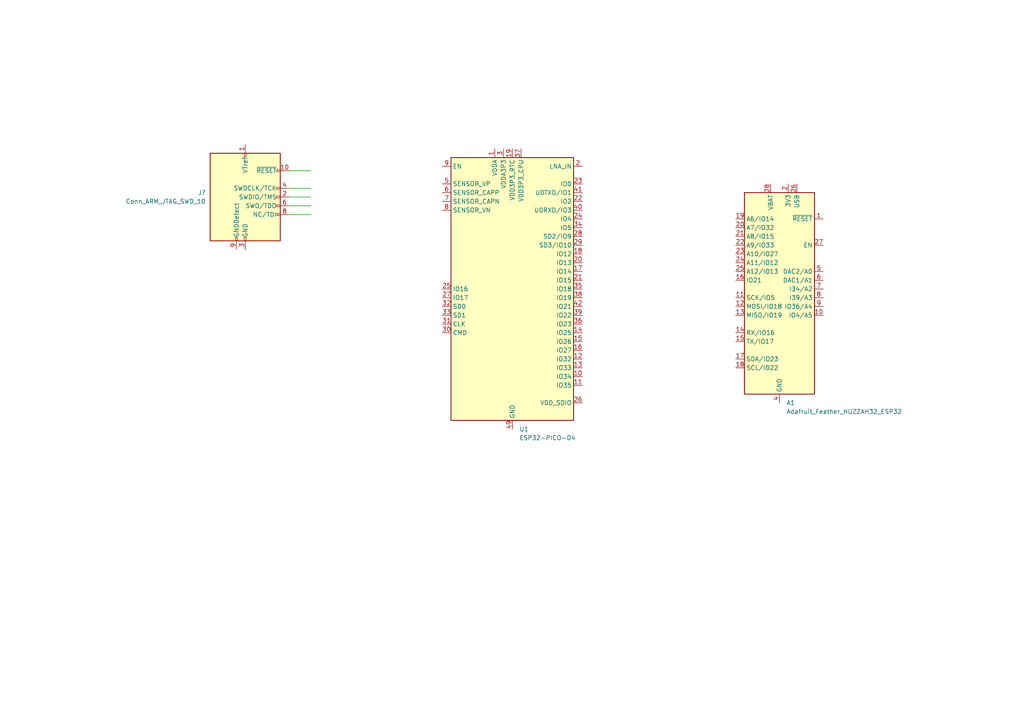
<source format=kicad_sch>
(kicad_sch (version 20211123) (generator eeschema)
  (paper "A4")
  (lib_symbols
    (symbol "Connector:Conn_ARM_JTAG_SWD_10" (pin_names (offset 1.016))
      (property "Reference" "J" (at -2.54 16.51 0))
      (property "Value" "Conn_ARM_JTAG_SWD_10" (at -2.54 13.97 0))
      (symbol "Conn_ARM_JTAG_SWD_10_0_1"
        (rectangle (start -10.16 12.7) (end 10.16 -12.7) (stroke (width 0.254)) (fill (type background)))
        (rectangle (start -2.794 -12.7) (end -2.286 -11.684))
        (rectangle (start -0.254 -12.7) (end 0.254 -11.684))
        (rectangle (start -0.254 12.7) (end 0.254 11.684))
        (rectangle (start 9.144 2.286) (end 10.16 2.794))
        (rectangle (start 10.16 -2.794) (end 9.144 -2.286))
        (rectangle (start 10.16 -0.254) (end 9.144 0.254))
        (rectangle (start 10.16 7.874) (end 9.144 7.366))
      )
      (symbol "Conn_ARM_JTAG_SWD_10_1_1"
        (rectangle (start 9.144 -5.334) (end 10.16 -4.826))
        (pin power_in line (at 0 15.24 270) (length 2.54) (name "VTref") (number "1"))
        (pin open_collector line (at 12.7 7.62 180) (length 2.54) (name "~{RESET}") (number "10"))
        (pin bidirectional line (at 12.7 0 180) (length 2.54) (name "SWDIO/TMS") (number "2"))
        (pin power_in line (at 0 -15.24 90) (length 2.54) (name "GND") (number "3"))
        (pin output line (at 12.7 2.54 180) (length 2.54) (name "SWDCLK/TCK") (number "4"))
        (pin passive line (at 0 -15.24 90) (length 2.54) hide (name "GND") (number "5"))
        (pin input line (at 12.7 -2.54 180) (length 2.54) (name "SWO/TDO") (number "6"))
        (pin no_connect line (at -10.16 0 0) (length 2.54) hide (name "KEY") (number "7"))
        (pin output line (at 12.7 -5.08 180) (length 2.54) (name "NC/TDI") (number "8"))
        (pin passive line (at -2.54 -15.24 90) (length 2.54) (name "GNDDetect") (number "9"))
      )
    )
    (symbol "MCU_Module:Adafruit_Feather_HUZZAH32_ESP32"
      (property "Reference" "A" (at -10.16 29.21 0))
      (property "Value" "Adafruit_Feather_HUZZAH32_ESP32" (at 2.54 -31.75 0))
      (symbol "Adafruit_Feather_HUZZAH32_ESP32_0_1"
        (rectangle (start -10.16 27.94) (end 10.16 -30.48) (stroke (width 0.254)) (fill (type background)))
      )
      (symbol "Adafruit_Feather_HUZZAH32_ESP32_1_1"
        (pin input line (at 12.7 20.32 180) (length 2.54) (name "~{RESET}") (number "1"))
        (pin bidirectional line (at 12.7 -7.62 180) (length 2.54) (name "IO4/A5") (number "10"))
        (pin bidirectional line (at -12.7 -2.54 0) (length 2.54) (name "SCK/IO5") (number "11"))
        (pin bidirectional line (at -12.7 -5.08 0) (length 2.54) (name "MOSI/IO18") (number "12"))
        (pin bidirectional line (at -12.7 -7.62 0) (length 2.54) (name "MISO/IO19") (number "13"))
        (pin bidirectional line (at -12.7 -12.7 0) (length 2.54) (name "RX/IO16") (number "14"))
        (pin bidirectional line (at -12.7 -15.24 0) (length 2.54) (name "TX/IO17") (number "15"))
        (pin bidirectional line (at -12.7 2.54 0) (length 2.54) (name "IO21") (number "16"))
        (pin bidirectional line (at -12.7 -20.32 0) (length 2.54) (name "SDA/IO23") (number "17"))
        (pin bidirectional line (at -12.7 -22.86 0) (length 2.54) (name "SCL/IO22") (number "18"))
        (pin bidirectional line (at -12.7 20.32 0) (length 2.54) (name "A6/IO14") (number "19"))
        (pin power_in line (at 2.54 30.48 270) (length 2.54) (name "3V3") (number "2"))
        (pin bidirectional line (at -12.7 17.78 0) (length 2.54) (name "A7/IO32") (number "20"))
        (pin bidirectional line (at -12.7 15.24 0) (length 2.54) (name "A8/IO15") (number "21"))
        (pin bidirectional line (at -12.7 12.7 0) (length 2.54) (name "A9/IO33") (number "22"))
        (pin bidirectional line (at -12.7 10.16 0) (length 2.54) (name "A10/IO27") (number "23"))
        (pin bidirectional line (at -12.7 7.62 0) (length 2.54) (name "A11/IO12") (number "24"))
        (pin bidirectional line (at -12.7 5.08 0) (length 2.54) (name "A12/IO13") (number "25"))
        (pin power_in line (at 5.08 30.48 270) (length 2.54) (name "USB") (number "26"))
        (pin input line (at 12.7 12.7 180) (length 2.54) (name "EN") (number "27"))
        (pin power_in line (at -2.54 30.48 270) (length 2.54) (name "VBAT") (number "28"))
        (pin no_connect line (at 10.16 10.16 180) (length 2.54) hide (name "NC") (number "3"))
        (pin power_in line (at 0 -33.02 90) (length 2.54) (name "GND") (number "4"))
        (pin bidirectional line (at 12.7 5.08 180) (length 2.54) (name "DAC2/A0") (number "5"))
        (pin bidirectional line (at 12.7 2.54 180) (length 2.54) (name "DAC1/A1") (number "6"))
        (pin bidirectional line (at 12.7 0 180) (length 2.54) (name "I34/A2") (number "7"))
        (pin bidirectional line (at 12.7 -2.54 180) (length 2.54) (name "I39/A3") (number "8"))
        (pin bidirectional line (at 12.7 -5.08 180) (length 2.54) (name "IO36/A4") (number "9"))
      )
    )
    (symbol "RF_Module:ESP32-PICO-D4"
      (property "Reference" "U" (at -17.78 39.37 0))
      (property "Value" "ESP32-PICO-D4" (at 3.81 39.37 0))
      (symbol "ESP32-PICO-D4_0_0"
        (pin power_in line (at -5.08 40.64 270) (length 2.54) (name "VDDA") (number "1"))
        (pin input line (at 20.32 -25.4 180) (length 2.54) (name "IO34") (number "10"))
        (pin input line (at 20.32 -27.94 180) (length 2.54) (name "IO35") (number "11"))
        (pin bidirectional line (at 20.32 -20.32 180) (length 2.54) (name "IO32") (number "12"))
        (pin bidirectional line (at 20.32 -22.86 180) (length 2.54) (name "IO33") (number "13"))
        (pin bidirectional line (at 20.32 -12.7 180) (length 2.54) (name "IO25") (number "14"))
        (pin bidirectional line (at 20.32 -15.24 180) (length 2.54) (name "IO26") (number "15"))
        (pin bidirectional line (at 20.32 -17.78 180) (length 2.54) (name "IO27") (number "16"))
        (pin bidirectional line (at 20.32 5.08 180) (length 2.54) (name "IO14") (number "17"))
        (pin bidirectional line (at 20.32 10.16 180) (length 2.54) (name "IO12") (number "18"))
        (pin power_in line (at 0 40.64 270) (length 2.54) (name "VDD3P3_RTC") (number "19"))
        (pin bidirectional line (at 20.32 35.56 180) (length 2.54) (name "LNA_IN") (number "2"))
        (pin bidirectional line (at 20.32 7.62 180) (length 2.54) (name "IO13") (number "20"))
        (pin bidirectional line (at 20.32 2.54 180) (length 2.54) (name "IO15") (number "21"))
        (pin bidirectional line (at 20.32 25.4 180) (length 2.54) (name "IO2") (number "22"))
        (pin bidirectional line (at 20.32 30.48 180) (length 2.54) (name "IO0") (number "23"))
        (pin bidirectional line (at 20.32 20.32 180) (length 2.54) (name "IO4") (number "24"))
        (pin bidirectional line (at -20.32 0 0) (length 2.54) (name "IO16") (number "25"))
        (pin power_out line (at 20.32 -33.02 180) (length 2.54) (name "VDD_SDIO") (number "26"))
        (pin bidirectional line (at -20.32 -2.54 0) (length 2.54) (name "IO17") (number "27"))
        (pin bidirectional line (at 20.32 15.24 180) (length 2.54) (name "SD2/IO9") (number "28"))
        (pin bidirectional line (at 20.32 12.7 180) (length 2.54) (name "SD3/IO10") (number "29"))
        (pin power_in line (at -2.54 40.64 270) (length 2.54) (name "VDDA3P3") (number "3"))
        (pin bidirectional line (at -20.32 -12.7 0) (length 2.54) (name "CMD") (number "30"))
        (pin bidirectional line (at -20.32 -10.16 0) (length 2.54) (name "CLK") (number "31"))
        (pin bidirectional line (at -20.32 -5.08 0) (length 2.54) (name "SD0") (number "32"))
        (pin bidirectional line (at -20.32 -7.62 0) (length 2.54) (name "SD1") (number "33"))
        (pin bidirectional line (at 20.32 17.78 180) (length 2.54) (name "IO5") (number "34"))
        (pin bidirectional line (at 20.32 0 180) (length 2.54) (name "IO18") (number "35"))
        (pin bidirectional line (at 20.32 -10.16 180) (length 2.54) (name "IO23") (number "36"))
        (pin power_in line (at 2.54 40.64 270) (length 2.54) (name "VDD3P3_CPU") (number "37"))
        (pin bidirectional line (at 20.32 -2.54 180) (length 2.54) (name "IO19") (number "38"))
        (pin bidirectional line (at 20.32 -7.62 180) (length 2.54) (name "IO22") (number "39"))
        (pin passive line (at -2.54 40.64 270) (length 2.54) hide (name "VDDA3P3") (number "4"))
        (pin bidirectional line (at 20.32 22.86 180) (length 2.54) (name "U0RXD/IO3") (number "40"))
        (pin bidirectional line (at 20.32 27.94 180) (length 2.54) (name "U0TXD/IO1") (number "41"))
        (pin bidirectional line (at 20.32 -5.08 180) (length 2.54) (name "IO21") (number "42"))
        (pin passive line (at -5.08 40.64 270) (length 2.54) hide (name "VDDA") (number "43"))
        (pin no_connect line (at -17.78 -25.4 0) (length 2.54) hide (name "XTAL_N_NC") (number "44"))
        (pin no_connect line (at -17.78 -27.94 0) (length 2.54) hide (name "XTAL_P_NC") (number "45"))
        (pin passive line (at -5.08 40.64 270) (length 2.54) hide (name "VDDA") (number "46"))
        (pin no_connect line (at -17.78 -30.48 0) (length 2.54) hide (name "CAP2_NC") (number "47"))
        (pin no_connect line (at -17.78 -33.02 0) (length 2.54) hide (name "CAP1_NC") (number "48"))
        (pin power_in line (at 0 -40.64 90) (length 2.54) (name "GND") (number "49"))
        (pin input line (at -20.32 30.48 0) (length 2.54) (name "SENSOR_VP") (number "5"))
        (pin input line (at -20.32 27.94 0) (length 2.54) (name "SENSOR_CAPP") (number "6"))
        (pin input line (at -20.32 25.4 0) (length 2.54) (name "SENSOR_CAPN") (number "7"))
        (pin input line (at -20.32 22.86 0) (length 2.54) (name "SENSOR_VN") (number "8"))
        (pin input line (at -20.32 35.56 0) (length 2.54) (name "EN") (number "9"))
      )
      (symbol "ESP32-PICO-D4_0_1"
        (rectangle (start -17.78 38.1) (end 17.78 -38.1) (stroke (width 0.254)) (fill (type background)))
      )
    )
  )
  (wire (pts (xy 83.82 54.61) (xy 90.17 54.61)))
  (wire (pts (xy 83.82 57.15) (xy 90.17 57.15)))
  (wire (pts (xy 83.82 59.69) (xy 90.17 59.69)))
  (wire (pts (xy 83.82 62.23) (xy 90.17 62.23)))
  (wire (pts (xy 83.82 49.53) (xy 90.17 49.53)))
  (symbol (lib_id "Connector:Conn_ARM_JTAG_SWD_10") (at 71.12 57.15 0) (unit 1)
    (property "Reference" "J?" (at 59.69 55.8799 0) (effects (justify right)))
    (property "Value" "Conn_ARM_JTAG_SWD_10" (at 59.69 58.4199 0) (effects (justify right)))
    (property "Datasheet" "http://infocenter.arm.com/help/topic/com.arm.doc.ddi0314h/DDI0314H_coresight_components_trm.pdf" (effects hide))
  )
  (symbol (lib_id "RF_Module:ESP32-PICO-D4") (at 148.59 83.82 0) (unit 1)
    (property "Reference" "U1" (at 150.6094 124.46 0) (effects (justify left)))
    (property "Value" "ESP32-PICO-D4" (at 150.6094 127 0) (effects (justify left)))
    (property "Footprint" "Package_DFN_QFN:QFN-48-1EP_7x7mm_P0.5mm_EP5.3x5.3mm_ThermalVias" (effects hide))
    (property "Datasheet" "https://www.espressif.com/sites/default/files/documentation/esp32-pico-d4_datasheet_en.pdf" (effects hide))
  )
  (symbol (lib_id "MCU_Module:Adafruit_Feather_HUZZAH32_ESP32") (at 226.06 83.82 0) (unit 1)
    (property "Reference" "A1" (at 228.0794 116.84 0) (effects (justify left)))
    (property "Value" "Adafruit_Feather_HUZZAH32_ESP32" (at 228.0794 119.38 0) (effects (justify left)))
    (property "Footprint" "Module:Adafruit_Feather_32u4_JC" (effects hide))
    (property "Datasheet" "https://cdn-learn.adafruit.com/downloads/pdf/adafruit-huzzah32-esp32-feather.pdf" (effects hide))
  )
)
</source>
